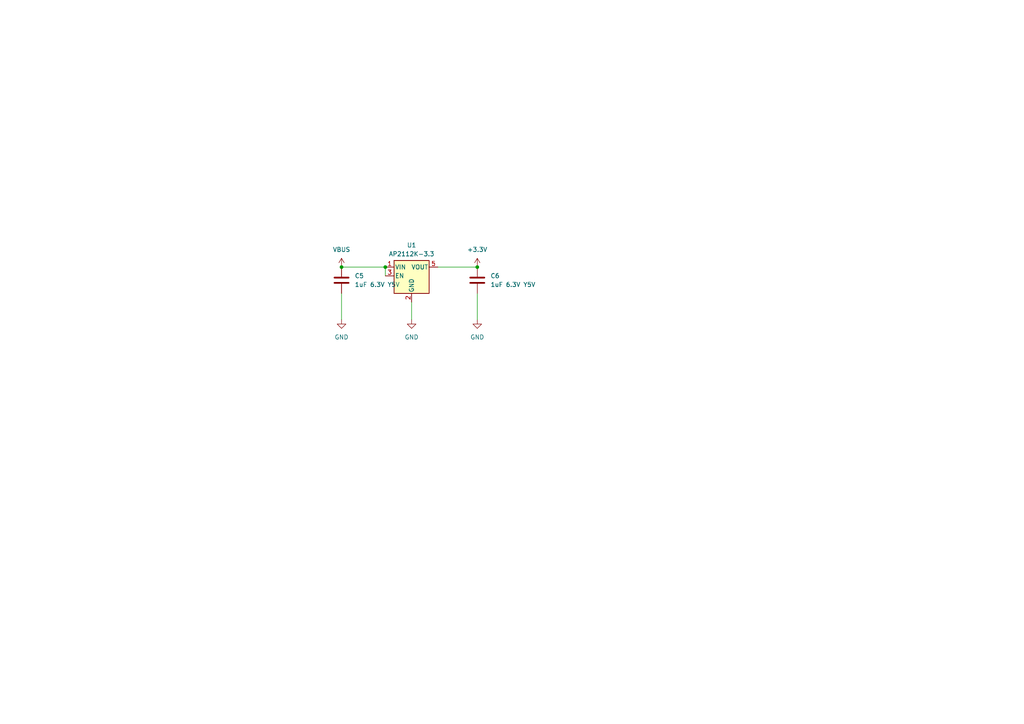
<source format=kicad_sch>
(kicad_sch (version 20230121) (generator eeschema)
  (paper "A4")
  (lib_symbols
    (symbol "Device:C" (pin_numbers hide) (pin_names (offset 0.254))
      (property "Reference" "C" (at 0.635 2.54 0))
      (property "Value" "C" (at 0.635 -2.54 0))
      (symbol "C_0_1"
        (polyline (pts (xy -2.032 -0.762) (xy 2.032 -0.762)) (stroke (width 0.508)))
        (polyline (pts (xy -2.032 0.762) (xy 2.032 0.762)) (stroke (width 0.508)))
      )
      (symbol "C_1_1"
        (pin passive line (at 0 3.81 270) (length 2.794) (name "~") (number "1"))
        (pin passive line (at 0 -3.81 90) (length 2.794) (name "~") (number "2"))
      )
    )
    (symbol "Regulator_Linear:AP2112K-3.3" (pin_names (offset 0.254))
      (property "Reference" "U" (at -5.08 5.715 0))
      (property "Value" "AP2112K-3.3" (at 0 5.715 0))
      (symbol "AP2112K-3.3_0_1"
        (rectangle (start -5.08 4.445) (end 5.08 -5.08) (stroke (width 0.254)) (fill (type background)))
      )
      (symbol "AP2112K-3.3_1_1"
        (pin power_in line (at -7.62 2.54 0) (length 2.54) (name "VIN") (number "1"))
        (pin power_in line (at 0 -7.62 90) (length 2.54) (name "GND") (number "2"))
        (pin input line (at -7.62 0 0) (length 2.54) (name "EN") (number "3"))
        (pin no_connect line (at 5.08 0 180) (length 2.54) hide (name "NC") (number "4"))
        (pin power_out line (at 7.62 2.54 180) (length 2.54) (name "VOUT") (number "5"))
      )
    )
    (symbol "power:+3.3V" (power) (pin_names (offset 0))
      (property "Value" "+3.3V" (at 0 3.556 0))
      (symbol "+3.3V_0_1"
        (polyline (pts (xy -0.762 1.27) (xy 0 2.54)))
        (polyline (pts (xy 0 0) (xy 0 2.54)))
        (polyline (pts (xy 0 2.54) (xy 0.762 1.27)))
      )
      (symbol "+3.3V_1_1"
        (pin power_in line (at 0 0 90) (length 0) hide (name "+3.3V") (number "1"))
      )
    )
    (symbol "power:GND" (power) (pin_names (offset 0))
      (property "Value" "GND" (at 0 -3.81 0))
      (symbol "GND_0_1"
        (polyline (pts (xy 0 0) (xy 0 -1.27) (xy 1.27 -1.27) (xy 0 -2.54) (xy -1.27 -1.27) (xy 0 -1.27)))
      )
      (symbol "GND_1_1"
        (pin power_in line (at 0 0 270) (length 0) hide (name "GND") (number "1"))
      )
    )
    (symbol "power:VBUS" (power) (pin_names (offset 0))
      (property "Value" "VBUS" (at 0 3.81 0))
      (symbol "VBUS_0_1"
        (polyline (pts (xy -0.762 1.27) (xy 0 2.54)))
        (polyline (pts (xy 0 0) (xy 0 2.54)))
        (polyline (pts (xy 0 2.54) (xy 0.762 1.27)))
      )
      (symbol "VBUS_1_1"
        (pin power_in line (at 0 0 90) (length 0) hide (name "VBUS") (number "1"))
      )
    )
  )
  (junction (at 138.43 77.47))
  (junction (at 111.76 77.47))
  (junction (at 99.06 77.47))
  (wire (pts (xy 119.38 87.63) (xy 119.38 92.71)))
  (wire (pts (xy 111.76 77.47) (xy 111.76 80.01)))
  (wire (pts (xy 99.06 77.47) (xy 111.76 77.47)))
  (wire (pts (xy 138.43 85.09) (xy 138.43 92.71)))
  (wire (pts (xy 127 77.47) (xy 138.43 77.47)))
  (wire (pts (xy 99.06 85.09) (xy 99.06 92.71)))
  (symbol (lib_id "power:GND") (at 138.43 92.71 0) (unit 1)
    (property "Reference" "#PWR03" (effects hide))
    (property "Value" "GND" (at 138.43 97.79 0))
  )
  (symbol (lib_id "Regulator_Linear:AP2112K-3.3") (at 119.38 80.01 0) (unit 1)
    (property "Reference" "U1" (at 119.38 71.12 0))
    (property "Value" "AP2112K-3.3" (at 119.38 73.66 0))
    (property "Footprint" "Package_TO_SOT_SMD:SOT-23-5" (effects hide))
    (property "Datasheet" "https://www.diodes.com/assets/Datasheets/AP2112.pdf" (effects hide))
  )
  (symbol (lib_id "power:VBUS") (at 99.06 77.47 0) (unit 1)
    (property "Reference" "#PWR015" (effects hide))
    (property "Value" "VBUS" (at 99.06 72.39 0))
  )
  (symbol (lib_id "power:GND") (at 119.38 92.71 0) (unit 1)
    (property "Reference" "#PWR02" (effects hide))
    (property "Value" "GND" (at 119.38 97.79 0))
  )
  (symbol (lib_id "Device:C") (at 138.43 81.28 0) (unit 1)
    (property "Reference" "C6" (at 142.24 80.01 0) (effects (justify left)))
    (property "Value" "1uF 6.3V Y5V" (at 142.24 82.55 0) (effects (justify left)))
    (property "Footprint" "Capacitor_SMD:C_0603_1608Metric" (effects hide))
  )
  (symbol (lib_id "Device:C") (at 99.06 81.28 0) (unit 1)
    (property "Reference" "C5" (at 102.87 80.01 0) (effects (justify left)))
    (property "Value" "1uF 6.3V Y5V" (at 102.87 82.55 0) (effects (justify left)))
    (property "Footprint" "Capacitor_SMD:C_0603_1608Metric" (effects hide))
  )
  (symbol (lib_id "power:GND") (at 99.06 92.71 0) (unit 1)
    (property "Reference" "#PWR04" (effects hide))
    (property "Value" "GND" (at 99.06 97.79 0))
  )
  (symbol (lib_id "power:+3.3V") (at 138.43 77.47 0) (unit 1)
    (property "Reference" "#PWR021" (effects hide))
    (property "Value" "+3.3V" (at 138.43 72.39 0))
  )
)
</source>
